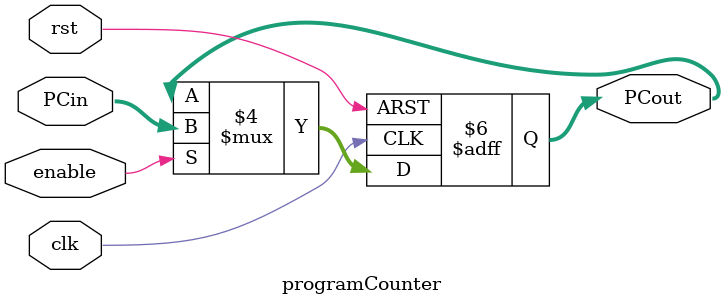
<source format=v>
module programCounter (clk, rst, PCin, enable, PCout);
	
	//inputs
	input clk, rst,enable;
	input [7:0] PCin;
	
	//outputs 
	output reg [7:0] PCout;
	
	//Counter logic
	always@(posedge clk, negedge rst) begin
		if(~rst) begin
			PCout <= 8'b11111111;
		end
		else if (enable) begin
			PCout <= PCin;
		end
		else
		PCout <= PCout;
	end
	
endmodule

</source>
